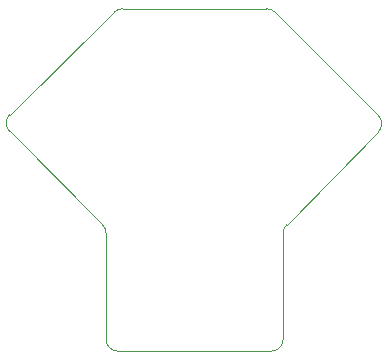
<source format=gbr>
%TF.GenerationSoftware,KiCad,Pcbnew,8.0.7*%
%TF.CreationDate,2025-04-20T00:49:32-04:00*%
%TF.ProjectId,1M_3F,314d5f33-462e-46b6-9963-61645f706362,rev?*%
%TF.SameCoordinates,Original*%
%TF.FileFunction,Profile,NP*%
%FSLAX46Y46*%
G04 Gerber Fmt 4.6, Leading zero omitted, Abs format (unit mm)*
G04 Created by KiCad (PCBNEW 8.0.7) date 2025-04-20 00:49:32*
%MOMM*%
%LPD*%
G01*
G04 APERTURE LIST*
%TA.AperFunction,Profile*%
%ADD10C,0.050000*%
%TD*%
G04 APERTURE END LIST*
D10*
X108000000Y-61600000D02*
G75*
G02*
X107000000Y-62600000I-1000000J0D01*
G01*
X94000000Y-62600000D02*
G75*
G02*
X93000000Y-61600000I0J1000000D01*
G01*
X106585786Y-33600000D02*
G75*
G02*
X107292879Y-33892907I14J-999900D01*
G01*
X92709090Y-51907451D02*
X84835370Y-43989372D01*
X108288887Y-51907811D02*
X116050906Y-44057084D01*
X93708398Y-33885697D02*
X84844624Y-42569951D01*
X93000000Y-52612569D02*
X93000000Y-61600000D01*
X107000000Y-62600000D02*
X94000000Y-62600000D01*
X84835370Y-43989372D02*
G75*
G02*
X84844668Y-42569996I709230J705072D01*
G01*
X116046900Y-42646900D02*
G75*
G02*
X116050900Y-44057078I-707100J-707100D01*
G01*
X93708398Y-33885697D02*
G75*
G02*
X94408234Y-33600024I699802J-714303D01*
G01*
X94408234Y-33600000D02*
X106585786Y-33600000D01*
X108000000Y-52610889D02*
X108000000Y-61600000D01*
X92709090Y-51907451D02*
G75*
G02*
X92999980Y-52612569I-708990J-705049D01*
G01*
X108000000Y-52610889D02*
G75*
G02*
X108288893Y-51907817I1000000J-11D01*
G01*
X107292893Y-33892893D02*
X116046900Y-42646900D01*
M02*

</source>
